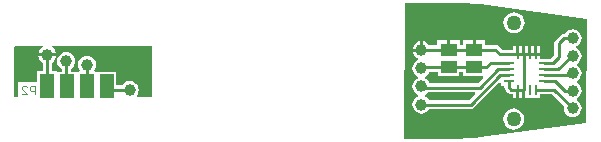
<source format=gbl>
G04*
G04 #@! TF.GenerationSoftware,Altium Limited,Altium Designer,18.0.7 (293)*
G04*
G04 Layer_Physical_Order=3*
G04 Layer_Color=16711680*
%FSAX25Y25*%
%MOIN*%
G70*
G01*
G75*
%ADD11C,0.01000*%
%ADD12C,0.03937*%
%ADD13C,0.05000*%
%ADD15R,0.01102X0.03543*%
%ADD16R,0.03543X0.01102*%
%ADD17R,0.05512X0.04331*%
%ADD18R,0.04724X0.07874*%
%ADD19C,0.00276*%
G36*
X0176779Y0140812D02*
X0176425Y0140458D01*
X0171678D01*
X0171451Y0140958D01*
X0171793Y0141403D01*
X0172092Y0142125D01*
X0172194Y0142900D01*
X0172092Y0143675D01*
X0171793Y0144397D01*
X0171317Y0145017D01*
X0170697Y0145493D01*
X0169975Y0145792D01*
X0169200Y0145894D01*
X0168425Y0145792D01*
X0167703Y0145493D01*
X0167083Y0145017D01*
X0166632Y0144429D01*
X0164748D01*
Y0148937D01*
X0158424D01*
Y0148937D01*
X0158055D01*
Y0148937D01*
X0157459D01*
X0157212Y0149437D01*
X0157493Y0149803D01*
X0157792Y0150525D01*
X0157894Y0151300D01*
X0157792Y0152075D01*
X0157493Y0152797D01*
X0157017Y0153417D01*
X0156397Y0153893D01*
X0155675Y0154192D01*
X0154900Y0154294D01*
X0154125Y0154192D01*
X0153403Y0153893D01*
X0152783Y0153417D01*
X0152307Y0152797D01*
X0152008Y0152075D01*
X0151906Y0151300D01*
X0152008Y0150525D01*
X0152307Y0149803D01*
X0152588Y0149437D01*
X0152341Y0148937D01*
X0151731D01*
Y0148937D01*
X0151362D01*
Y0148937D01*
X0149529D01*
Y0149932D01*
X0150117Y0150383D01*
X0150593Y0151003D01*
X0150892Y0151725D01*
X0150994Y0152500D01*
X0150892Y0153275D01*
X0150593Y0153997D01*
X0150117Y0154617D01*
X0149497Y0155093D01*
X0148775Y0155392D01*
X0148000Y0155494D01*
X0147225Y0155392D01*
X0146503Y0155093D01*
X0145883Y0154617D01*
X0145407Y0153997D01*
X0145108Y0153275D01*
X0145006Y0152500D01*
X0145108Y0151725D01*
X0145407Y0151003D01*
X0145883Y0150383D01*
X0146471Y0149932D01*
Y0148937D01*
X0145286D01*
X0144869Y0149137D01*
X0144869Y0149137D01*
X0144869Y0149137D01*
X0143229D01*
Y0152032D01*
X0143817Y0152483D01*
X0144293Y0153103D01*
X0144592Y0153825D01*
X0144628Y0154100D01*
X0138772D01*
X0138808Y0153825D01*
X0139107Y0153103D01*
X0139583Y0152483D01*
X0140171Y0152032D01*
Y0149137D01*
X0138145D01*
Y0145434D01*
X0131961D01*
Y0140458D01*
X0130720D01*
X0130719Y0157346D01*
X0131073Y0157700D01*
X0140120D01*
X0140220Y0157200D01*
X0140203Y0157193D01*
X0139583Y0156717D01*
X0139107Y0156097D01*
X0138808Y0155375D01*
X0138772Y0155100D01*
X0144628D01*
X0144592Y0155375D01*
X0144293Y0156097D01*
X0143817Y0156717D01*
X0143197Y0157193D01*
X0143180Y0157200D01*
X0143280Y0157700D01*
X0176741D01*
X0176779Y0140812D01*
D02*
G37*
G36*
X0284480Y0171664D02*
X0286032Y0171434D01*
X0286032Y0171434D01*
X0286064Y0171458D01*
X0321475Y0166500D01*
X0321286Y0131983D01*
X0286064Y0127052D01*
X0286032Y0127077D01*
X0286032Y0127077D01*
X0284480Y0126847D01*
X0282033Y0126726D01*
X0278724Y0126678D01*
X0260881D01*
X0260529Y0127033D01*
X0260817Y0171832D01*
X0280722D01*
X0280788Y0171845D01*
X0284480Y0171664D01*
D02*
G37*
%LPC*%
G36*
X0297300Y0168830D02*
X0296386Y0168710D01*
X0295535Y0168357D01*
X0294804Y0167796D01*
X0294243Y0167065D01*
X0293890Y0166214D01*
X0293770Y0165300D01*
X0293890Y0164386D01*
X0294243Y0163535D01*
X0294804Y0162804D01*
X0295535Y0162243D01*
X0296386Y0161890D01*
X0297300Y0161770D01*
X0298214Y0161890D01*
X0299065Y0162243D01*
X0299796Y0162804D01*
X0300357Y0163535D01*
X0300710Y0164386D01*
X0300830Y0165300D01*
X0300710Y0166214D01*
X0300357Y0167065D01*
X0299796Y0167796D01*
X0299065Y0168357D01*
X0298214Y0168710D01*
X0297300Y0168830D01*
D02*
G37*
G36*
X0265900Y0159128D02*
X0265625Y0159092D01*
X0264903Y0158793D01*
X0264283Y0158317D01*
X0263807Y0157697D01*
X0263508Y0156975D01*
X0263472Y0156700D01*
X0265900D01*
Y0159128D01*
D02*
G37*
G36*
X0306004Y0157531D02*
X0304953D01*
Y0155259D01*
X0306004D01*
Y0157531D01*
D02*
G37*
G36*
X0316800Y0163144D02*
X0316025Y0163042D01*
X0315303Y0162743D01*
X0314683Y0162267D01*
X0314232Y0161679D01*
X0313950D01*
X0313365Y0161563D01*
X0312869Y0161231D01*
X0311219Y0159581D01*
X0310887Y0159085D01*
X0310771Y0158500D01*
Y0154434D01*
X0309673Y0153336D01*
X0307405D01*
X0306820Y0153219D01*
X0306728Y0153157D01*
X0306004D01*
Y0154259D01*
X0304453D01*
Y0154759D01*
X0303953D01*
Y0157531D01*
X0302984D01*
Y0154759D01*
X0301984D01*
Y0157531D01*
X0301016D01*
Y0154759D01*
X0300016D01*
Y0157531D01*
X0299047D01*
Y0154759D01*
X0298047D01*
Y0157531D01*
X0296996D01*
Y0156288D01*
X0293228D01*
X0292129Y0157388D01*
X0291633Y0157719D01*
X0291047Y0157836D01*
X0287756D01*
Y0159472D01*
X0284500D01*
Y0156306D01*
X0283500D01*
Y0159472D01*
X0280244D01*
Y0157836D01*
X0279256D01*
Y0159472D01*
X0276000D01*
Y0156306D01*
X0275000D01*
Y0159472D01*
X0271744D01*
Y0157836D01*
X0268887D01*
X0268517Y0158317D01*
X0267897Y0158793D01*
X0267175Y0159092D01*
X0266900Y0159128D01*
Y0156200D01*
X0266400D01*
Y0155700D01*
X0263472D01*
X0263508Y0155425D01*
X0263807Y0154703D01*
X0264283Y0154083D01*
X0264903Y0153607D01*
X0265313Y0153437D01*
Y0152896D01*
X0264903Y0152726D01*
X0264283Y0152251D01*
X0263807Y0151630D01*
X0263508Y0150908D01*
X0263406Y0150133D01*
X0263508Y0149358D01*
X0263807Y0148636D01*
X0264283Y0148016D01*
X0264903Y0147540D01*
X0265313Y0147371D01*
Y0146829D01*
X0264903Y0146660D01*
X0264283Y0146184D01*
X0263807Y0145564D01*
X0263508Y0144842D01*
X0263406Y0144067D01*
X0263508Y0143292D01*
X0263807Y0142570D01*
X0264283Y0141949D01*
X0264903Y0141474D01*
X0265313Y0141304D01*
Y0140763D01*
X0264903Y0140593D01*
X0264283Y0140117D01*
X0263807Y0139497D01*
X0263508Y0138775D01*
X0263406Y0138000D01*
X0263508Y0137225D01*
X0263807Y0136503D01*
X0264283Y0135883D01*
X0264903Y0135407D01*
X0265625Y0135108D01*
X0266400Y0135006D01*
X0267175Y0135108D01*
X0267897Y0135407D01*
X0268517Y0135883D01*
X0268968Y0136471D01*
X0282800D01*
X0283385Y0136587D01*
X0283881Y0136919D01*
X0292361Y0145398D01*
X0292823Y0145207D01*
Y0144350D01*
X0294065D01*
Y0143759D01*
X0294181Y0143174D01*
X0294513Y0142678D01*
X0295324Y0141867D01*
X0295820Y0141535D01*
X0296406Y0141419D01*
X0296996D01*
Y0140176D01*
X0298047D01*
Y0142948D01*
X0299047D01*
Y0140176D01*
X0300016D01*
Y0142948D01*
X0301016D01*
Y0140176D01*
X0302067D01*
Y0140376D01*
X0305804D01*
Y0141419D01*
X0310068D01*
X0313903Y0137584D01*
X0313806Y0136850D01*
X0313908Y0136075D01*
X0314207Y0135353D01*
X0314683Y0134733D01*
X0315303Y0134257D01*
X0316025Y0133958D01*
X0316800Y0133856D01*
X0317575Y0133958D01*
X0318297Y0134257D01*
X0318917Y0134733D01*
X0319393Y0135353D01*
X0319692Y0136075D01*
X0319794Y0136850D01*
X0319692Y0137625D01*
X0319393Y0138347D01*
X0318917Y0138967D01*
X0318297Y0139443D01*
X0318179Y0139492D01*
Y0140033D01*
X0318297Y0140082D01*
X0318917Y0140558D01*
X0319393Y0141178D01*
X0319692Y0141900D01*
X0319794Y0142675D01*
X0319692Y0143450D01*
X0319393Y0144172D01*
X0318917Y0144792D01*
X0318297Y0145268D01*
X0318179Y0145317D01*
Y0145858D01*
X0318297Y0145907D01*
X0318917Y0146383D01*
X0319393Y0147003D01*
X0319692Y0147725D01*
X0319794Y0148500D01*
X0319692Y0149275D01*
X0319393Y0149997D01*
X0318917Y0150617D01*
X0318297Y0151093D01*
X0318220Y0151125D01*
Y0151625D01*
X0318297Y0151657D01*
X0318917Y0152133D01*
X0319393Y0152753D01*
X0319692Y0153475D01*
X0319794Y0154250D01*
X0319692Y0155025D01*
X0319393Y0155747D01*
X0318917Y0156367D01*
X0318297Y0156843D01*
X0318088Y0156929D01*
Y0157471D01*
X0318297Y0157557D01*
X0318917Y0158033D01*
X0319393Y0158653D01*
X0319692Y0159375D01*
X0319794Y0160150D01*
X0319692Y0160925D01*
X0319393Y0161647D01*
X0318917Y0162267D01*
X0318297Y0162743D01*
X0317575Y0163042D01*
X0316800Y0163144D01*
D02*
G37*
G36*
X0297200Y0136730D02*
X0296286Y0136610D01*
X0295435Y0136257D01*
X0294704Y0135696D01*
X0294143Y0134965D01*
X0293790Y0134114D01*
X0293670Y0133200D01*
X0293790Y0132286D01*
X0294143Y0131435D01*
X0294704Y0130704D01*
X0295435Y0130143D01*
X0296286Y0129790D01*
X0297200Y0129670D01*
X0298114Y0129790D01*
X0298965Y0130143D01*
X0299696Y0130704D01*
X0300257Y0131435D01*
X0300610Y0132286D01*
X0300730Y0133200D01*
X0300610Y0134114D01*
X0300257Y0134965D01*
X0299696Y0135696D01*
X0298965Y0136257D01*
X0298114Y0136610D01*
X0297200Y0136730D01*
D02*
G37*
%LPD*%
G36*
X0280444Y0147435D02*
X0286819D01*
X0287011Y0146974D01*
X0285266Y0145229D01*
X0269131D01*
X0268993Y0145564D01*
X0268517Y0146184D01*
X0267897Y0146660D01*
X0267487Y0146829D01*
Y0147371D01*
X0267897Y0147540D01*
X0268517Y0148016D01*
X0268993Y0148636D01*
X0269090Y0148871D01*
X0271944D01*
Y0147435D01*
X0279056D01*
Y0148871D01*
X0280444D01*
Y0147435D01*
D02*
G37*
G36*
X0284346Y0141709D02*
X0282167Y0139529D01*
X0268968D01*
X0268517Y0140117D01*
X0267897Y0140593D01*
X0267487Y0140763D01*
Y0141304D01*
X0267897Y0141474D01*
X0268517Y0141949D01*
X0268687Y0142171D01*
X0284154D01*
X0284346Y0141709D01*
D02*
G37*
D11*
X0266400Y0143700D02*
X0285900D01*
X0266400Y0150401D02*
X0275500D01*
X0266300Y0156306D02*
X0275500D01*
X0161586Y0144200D02*
X0162886Y0142900D01*
X0169200D01*
X0154893Y0144200D02*
X0154900Y0144207D01*
Y0151300D01*
X0148000Y0144400D02*
X0148200Y0144200D01*
X0148000Y0144400D02*
Y0152500D01*
X0141507Y0144200D02*
X0141700Y0144393D01*
Y0154600D01*
X0292038Y0149838D02*
X0295595D01*
X0285900Y0143700D02*
X0292038Y0149838D01*
X0292669Y0147869D02*
X0295595D01*
X0282800Y0138000D02*
X0292669Y0147869D01*
X0266500Y0138000D02*
X0282800D01*
X0316169Y0147869D02*
X0316800Y0148500D01*
X0312092Y0149838D02*
X0316504Y0154250D01*
X0314225Y0142675D02*
X0316800D01*
X0310702Y0142948D02*
X0316800Y0136850D01*
X0310999Y0145901D02*
X0314225Y0142675D01*
X0307405Y0145901D02*
X0310999D01*
X0304453Y0142948D02*
X0310702D01*
X0307405Y0147869D02*
X0316169D01*
X0313950Y0160150D02*
X0316800D01*
X0312300Y0158500D02*
X0313950Y0160150D01*
X0312300Y0153800D02*
Y0158500D01*
X0316504Y0154250D02*
X0316800D01*
X0307405Y0149838D02*
X0312092D01*
X0310306Y0151806D02*
X0312300Y0153800D01*
X0307405Y0151806D02*
X0310306D01*
X0300516Y0142948D02*
Y0154759D01*
X0298547Y0142948D02*
X0300516D01*
X0296406D02*
X0298547D01*
X0295595Y0143759D02*
X0296406Y0142948D01*
X0295595Y0143759D02*
Y0145901D01*
X0302484Y0154759D02*
X0304453D01*
X0300516D02*
X0302484D01*
X0298547D02*
X0300516D01*
X0292595D02*
X0298547D01*
X0291047Y0156306D02*
X0292595Y0154759D01*
X0284000Y0156306D02*
X0291047D01*
X0289453Y0151806D02*
X0295595D01*
X0288047Y0150401D02*
X0289453Y0151806D01*
X0284000Y0150401D02*
X0288047D01*
X0275500D02*
X0284000D01*
X0275500Y0156306D02*
X0284000D01*
D12*
X0148000Y0152500D02*
D03*
X0141700Y0154600D02*
D03*
X0154900Y0151300D02*
D03*
X0266400Y0138000D02*
D03*
Y0144067D02*
D03*
Y0150133D02*
D03*
Y0156200D02*
D03*
X0316800Y0148500D02*
D03*
Y0142675D02*
D03*
Y0154250D02*
D03*
Y0136850D02*
D03*
Y0160150D02*
D03*
X0169200Y0142900D02*
D03*
D13*
X0297200Y0133200D02*
D03*
X0297300Y0165300D02*
D03*
D15*
X0298547Y0142948D02*
D03*
X0300516D02*
D03*
X0302484D02*
D03*
X0304453D02*
D03*
Y0154759D02*
D03*
X0302484D02*
D03*
X0300516D02*
D03*
X0298547D02*
D03*
D16*
X0307405Y0145901D02*
D03*
Y0147869D02*
D03*
Y0149838D02*
D03*
Y0151806D02*
D03*
X0295595D02*
D03*
Y0149838D02*
D03*
Y0147869D02*
D03*
Y0145901D02*
D03*
D17*
X0284000Y0150401D02*
D03*
Y0156306D02*
D03*
X0275500Y0150401D02*
D03*
Y0156306D02*
D03*
D18*
X0161586Y0144200D02*
D03*
X0154893D02*
D03*
X0148200D02*
D03*
X0141507D02*
D03*
D19*
X0137500Y0141600D02*
Y0144158D01*
X0136221D01*
X0135794Y0143732D01*
Y0142879D01*
X0136221Y0142453D01*
X0137500D01*
X0133236Y0141600D02*
X0134942D01*
X0133236Y0143306D01*
Y0143732D01*
X0133663Y0144158D01*
X0134515D01*
X0134942Y0143732D01*
M02*

</source>
